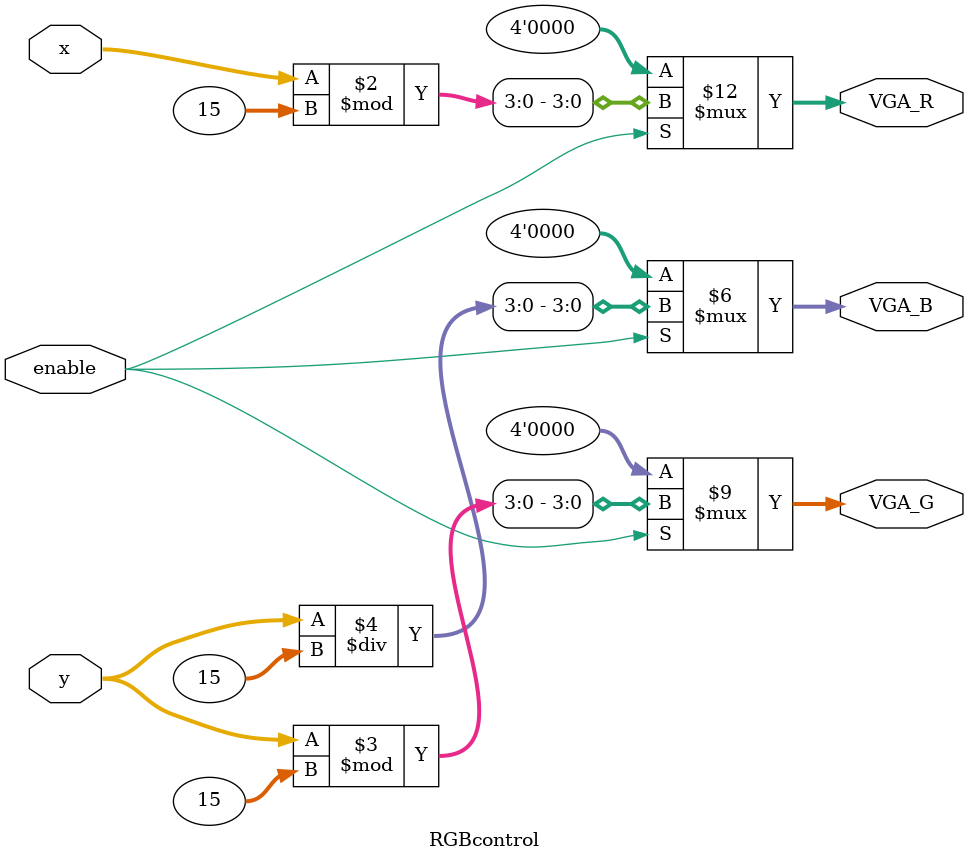
<source format=sv>
module RGBcontrol(
	input logic enable,
	input int x,y,
	output logic[3:0] VGA_R, VGA_G, VGA_B
	);
	always_comb
	begin
		if (enable)
		begin
			VGA_R = x % 15;
			VGA_G = y % 15;
			VGA_B = y / 15;
		end
		else
		begin
			VGA_R = 0;
			VGA_G = 0;
			VGA_B = 0;

		end
	end
endmodule // RGBcontrol 
</source>
